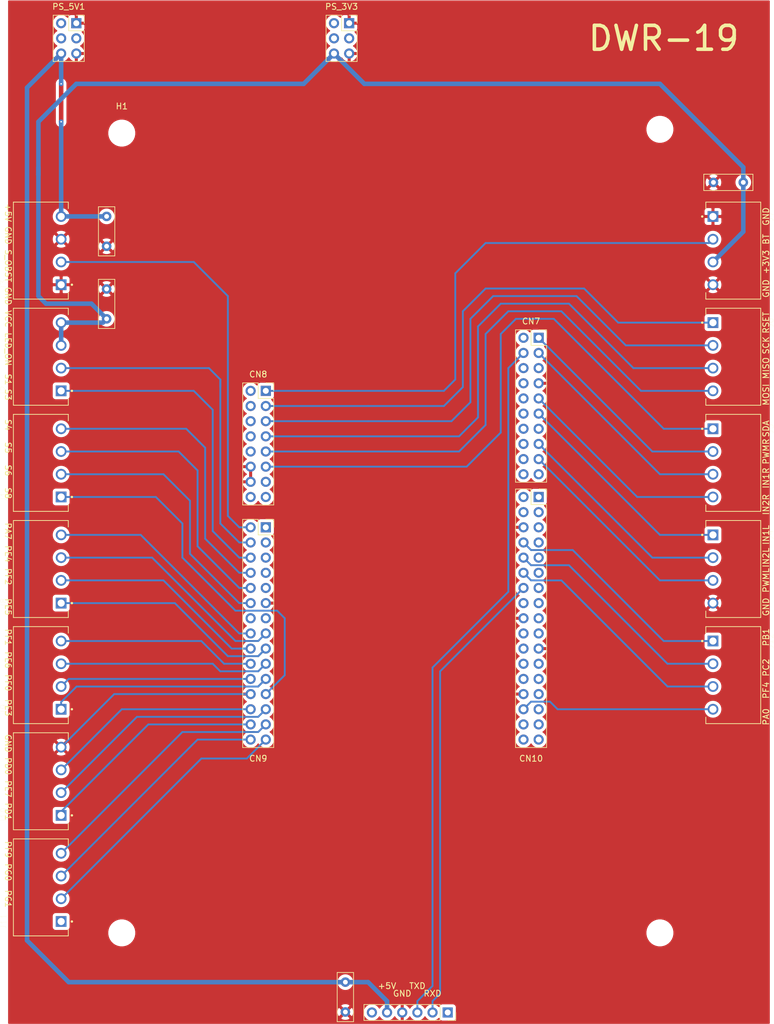
<source format=kicad_pcb>
(kicad_pcb (version 20171130) (host pcbnew "(5.1.10)-1")
  (layers (0 F.Cu signal) (31 B.Cu signal) (34 B.Paste user) (35 F.Paste user) (36 B.SilkS user) (37 F.SilkS user) (38 B.Mask user) (39 F.Mask user) (44 Edge.Cuts user))
  (net 0 "")
  (net 1 "Net-(Bluetooth1-Pad6)")
  (net 2 +5V)
  (net 3 GND)
  (net 4 PB15)
  (net 5 PB6)
  (net 6 "Net-(Bluetooth1-Pad1)")
  (net 7 PB4)
  (net 8 PF12)
  (net 9 PA4)
  (net 10 PD15)
  (net 11 PB3)
  (net 12 PD14)
  (net 13 PB5)
  (net 14 PA7)
  (net 15 PC7)
  (net 16 PA6)
  (net 17 PA15)
  (net 18 PA5)
  (net 19 PB12)
  (net 20 PB13)
  (net 21 AVDD)
  (net 22 PB9)
  (net 23 PC6)
  (net 24 PB8)
  (net 25 VIN)
  (net 26 PG3)
  (net 27 PG2)
  (net 28 PD2)
  (net 29 5V)
  (net 30 PC12)
  (net 31 3.3V)
  (net 32 PC11)
  (net 33 RSET)
  (net 34 PC10)
  (net 35 IOREF)
  (net 36 PC9)
  (net 37 NC)
  (net 38 PC8)
  (net 39 PG0)
  (net 40 PG1)
  (net 41 PD1)
  (net 42 PF9)
  (net 43 PD0)
  (net 44 PF8)
  (net 45 PF0)
  (net 46 PE3)
  (net 47 PF1)
  (net 48 PE6)
  (net 49 PF2)
  (net 50 PE5)
  (net 51 PE4)
  (net 52 PE2)
  (net 53 PF10)
  (net 54 PF5)
  (net 55 PD3)
  (net 56 PF3)
  (net 57 PD4)
  (net 58 PC3)
  (net 59 PD5)
  (net 60 PC0)
  (net 61 PD6)
  (net 62 PA3)
  (net 63 PD7)
  (net 64 PE0)
  (net 65 PB11)
  (net 66 PB0)
  (net 67 PB10)
  (net 68 PA0)
  (net 69 PE15)
  (net 70 PE14)
  (net 71 PE12)
  (net 72 PD11)
  (net 73 PE10)
  (net 74 PD12)
  (net 75 PD13)
  (net 76 PE7)
  (net 77 PE8)
  (net 78 PB2)
  (net 79 PG9)
  (net 80 PG14)
  (net 81 PF4)
  (net 82 PF15)
  (net 83 PC2)
  (net 84 PE13)
  (net 85 PB1)
  (net 86 PF14)
  (net 87 PE11)
  (net 88 AGND)
  (net 89 PE9)
  (net 90 PF13)
  (net 91 +3V3)
  (net 92 "Net-(PS_3V3-Pad4)")
  (net 93 "Net-(PS_3V3-Pad3)")
  (net 94 "Net-(PS_5V1-Pad4)")
  (net 95 "Net-(PS_5V1-Pad3)")
  (net 96 PF7)
  (net 97 "Net-(J11-Pad1)")
  (module Connector_PinSocket_2.54mm:PinSocket_2x17_P2.54mm_Vertical (layer F.Cu) (at 128.27 107.315)
    (fp_text reference CN10 (at -1.27 43.815) (layer F.SilkS))
    (fp_text value Conn_02x17_Odd_Even hide)
    (pad 34 thru_hole oval (at -2.54 40.64) (size 1.7 1.7) (drill 1) (layers *.Cu *.Mask) (net 64 PE0))
    (pad 33 thru_hole oval (at 0 40.64) (size 1.7 1.7) (drill 1) (layers *.Cu *.Mask) (net 65 PB11))
    (pad 32 thru_hole oval (at -2.54 38.1) (size 1.7 1.7) (drill 1) (layers *.Cu *.Mask) (net 66 PB0))
    (pad 31 thru_hole oval (at 0 38.1) (size 1.7 1.7) (drill 1) (layers *.Cu *.Mask) (net 67 PB10))
    (pad 30 thru_hole oval (at -2.54 35.56) (size 1.7 1.7) (drill 1) (layers *.Cu *.Mask) (net 68 PA0))
    (pad 29 thru_hole oval (at 0 35.56) (size 1.7 1.7) (drill 1) (layers *.Cu *.Mask) (net 69 PE15))
    (pad 28 thru_hole oval (at -2.54 33.02) (size 1.7 1.7) (drill 1) (layers *.Cu *.Mask) (net 3 GND))
    (pad 27 thru_hole oval (at 0 33.02) (size 1.7 1.7) (drill 1) (layers *.Cu *.Mask) (net 70 PE14))
    (pad 26 thru_hole oval (at -2.54 30.48) (size 1.7 1.7) (drill 1) (layers *.Cu *.Mask) (net 52 PE2))
    (pad 25 thru_hole oval (at 0 30.48) (size 1.7 1.7) (drill 1) (layers *.Cu *.Mask) (net 71 PE12))
    (pad 24 thru_hole oval (at -2.54 27.94) (size 1.7 1.7) (drill 1) (layers *.Cu *.Mask) (net 72 PD11))
    (pad 23 thru_hole oval (at 0 27.94) (size 1.7 1.7) (drill 1) (layers *.Cu *.Mask) (net 73 PE10))
    (pad 22 thru_hole oval (at -2.54 25.4) (size 1.7 1.7) (drill 1) (layers *.Cu *.Mask) (net 74 PD12))
    (pad 21 thru_hole oval (at 0 25.4) (size 1.7 1.7) (drill 1) (layers *.Cu *.Mask) (net 3 GND))
    (pad 20 thru_hole oval (at -2.54 22.86) (size 1.7 1.7) (drill 1) (layers *.Cu *.Mask) (net 75 PD13))
    (pad 19 thru_hole oval (at 0 22.86) (size 1.7 1.7) (drill 1) (layers *.Cu *.Mask) (net 76 PE7))
    (pad 18 thru_hole oval (at -2.54 20.32) (size 1.7 1.7) (drill 1) (layers *.Cu *.Mask) (net 3 GND))
    (pad 17 thru_hole oval (at 0 20.32) (size 1.7 1.7) (drill 1) (layers *.Cu *.Mask) (net 77 PE8))
    (pad 16 thru_hole oval (at -2.54 17.78) (size 1.7 1.7) (drill 1) (layers *.Cu *.Mask) (net 78 PB2))
    (pad 15 thru_hole oval (at 0 17.78) (size 1.7 1.7) (drill 1) (layers *.Cu *.Mask) (net 79 PG9))
    (pad 14 thru_hole oval (at -2.54 15.24) (size 1.7 1.7) (drill 1) (layers *.Cu *.Mask) (net 5 PB6))
    (pad 13 thru_hole oval (at 0 15.24) (size 1.7 1.7) (drill 1) (layers *.Cu *.Mask) (net 80 PG14))
    (pad 12 thru_hole oval (at -2.54 12.7) (size 1.7 1.7) (drill 1) (layers *.Cu *.Mask) (net 81 PF4))
    (pad 11 thru_hole oval (at 0 12.7) (size 1.7 1.7) (drill 1) (layers *.Cu *.Mask) (net 82 PF15))
    (pad 10 thru_hole oval (at -2.54 10.16) (size 1.7 1.7) (drill 1) (layers *.Cu *.Mask) (net 83 PC2))
    (pad 9 thru_hole oval (at 0 10.16) (size 1.7 1.7) (drill 1) (layers *.Cu *.Mask) (net 84 PE13))
    (pad 8 thru_hole oval (at -2.54 7.62) (size 1.7 1.7) (drill 1) (layers *.Cu *.Mask) (net 85 PB1))
    (pad 7 thru_hole oval (at 0 7.62) (size 1.7 1.7) (drill 1) (layers *.Cu *.Mask) (net 86 PF14))
    (pad 6 thru_hole oval (at -2.54 5.08) (size 1.7 1.7) (drill 1) (layers *.Cu *.Mask) (net 3 GND))
    (pad 5 thru_hole oval (at 0 5.08) (size 1.7 1.7) (drill 1) (layers *.Cu *.Mask) (net 87 PE11))
    (pad 4 thru_hole oval (at -2.54 2.54) (size 1.7 1.7) (drill 1) (layers *.Cu *.Mask) (net 88 AGND))
    (pad 3 thru_hole oval (at 0 2.54) (size 1.7 1.7) (drill 1) (layers *.Cu *.Mask) (net 89 PE9))
    (pad 2 thru_hole oval (at -2.54 0) (size 1.7 1.7) (drill 1) (layers *.Cu *.Mask) (net 21 AVDD))
    (pad 1 thru_hole rect (at 0 0) (size 1.7 1.7) (drill 1) (layers *.Cu *.Mask) (net 90 PF13))
  )
  (module Buchanan:TE_284513-4 (layer F.Cu) (at 157.48 137.16 270)
    (fp_text reference J12 (at -5.7 -9.635 90) (layer F.SilkS) (effects (font (thickness 0.015))))
    (fp_text value Screw_Terminal_01x04 hide)
    (pad 4 thru_hole circle (at 5.715 0 270) (size 1.8 1.8) (drill 1.2) (layers *.Cu *.Mask) (net 68 PA0))
    (pad 3 thru_hole circle (at 1.905 0 270) (size 1.8 1.8) (drill 1.2) (layers *.Cu *.Mask) (net 81 PF4))
    (pad 2 thru_hole circle (at -1.905 0 270) (size 1.8 1.8) (drill 1.2) (layers *.Cu *.Mask) (net 83 PC2))
    (pad 1 thru_hole rect (at -5.715 0 270) (size 1.8 1.8) (drill 1.2) (layers *.Cu *.Mask) (net 85 PB1))
  )
  (module MountingHole:MountingHole_3.5mm (layer F.Cu) (at 148.59 180.34)
    (fp_text reference H4 hide)
    (fp_text value MountingHole hide)
    (pad 1 np_thru_hole circle (at 0 0) (size 3.5 3.5) (drill 3.5) (layers *.Cu *.Mask))
  )
  (module MountingHole:MountingHole_3.5mm (layer F.Cu) (at 148.59 45.72)
    (fp_text reference H3 hide)
    (fp_text value MountingHole hide)
    (pad 1 np_thru_hole circle (at 0 0) (size 3.5 3.5) (drill 3.5) (layers *.Cu *.Mask))
  )
  (module MountingHole:MountingHole_3.5mm (layer F.Cu) (at 58.42 180.34)
    (fp_text reference H2 hide)
    (fp_text value MountingHole hide)
    (pad 1 np_thru_hole circle (at 0 0) (size 3.5 3.5) (drill 3.5) (layers *.Cu *.Mask))
  )
  (module MountingHole:MountingHole_3.5mm (layer F.Cu) (at 58.42 46.355)
    (fp_text reference H1 (at 0 -4.5) (layer F.SilkS))
    (fp_text value MountingHole hide)
    (pad 1 np_thru_hole circle (at 0 0) (size 3.5 3.5) (drill 3.5) (layers *.Cu *.Mask))
  )
  (module Capacitor_THT:C_Disc_D8.0mm_W2.5mm_P5.00mm (layer F.Cu) (at 55.88 77.47 90)
    (fp_text reference C_SLINHA1 hide)
    (fp_text value C hide)
    (pad 2 thru_hole circle (at 5 0 90) (size 1.6 1.6) (drill 0.8) (layers *.Cu *.Mask) (net 3 GND))
    (pad 1 thru_hole circle (at 0 0 90) (size 1.6 1.6) (drill 0.8) (layers *.Cu *.Mask) (net 91 +3V3))
  )
  (module Capacitor_THT:C_Disc_D8.0mm_W2.5mm_P5.00mm (layer F.Cu) (at 55.88 60.31 270)
    (fp_text reference C_SOBST1 hide)
    (fp_text value C hide)
    (pad 2 thru_hole circle (at 5 0 270) (size 1.6 1.6) (drill 0.8) (layers *.Cu *.Mask) (net 3 GND))
    (pad 1 thru_hole circle (at 0 0 270) (size 1.6 1.6) (drill 0.8) (layers *.Cu *.Mask) (net 2 +5V))
  )
  (module Capacitor_THT:C_Disc_D8.0mm_W2.5mm_P5.00mm (layer F.Cu) (at 162.56 54.61 180)
    (fp_text reference C_RFID1 hide)
    (fp_text value C hide)
    (pad 2 thru_hole circle (at 5 0 180) (size 1.6 1.6) (drill 0.8) (layers *.Cu *.Mask) (net 3 GND))
    (pad 1 thru_hole circle (at 0 0 180) (size 1.6 1.6) (drill 0.8) (layers *.Cu *.Mask) (net 91 +3V3))
  )
  (module Capacitor_THT:C_Disc_D8.0mm_W2.5mm_P5.00mm (layer F.Cu) (at 95.885 188.595 270)
    (fp_text reference C_BLUE1 hide)
    (fp_text value C hide)
    (pad 2 thru_hole circle (at 5 0 270) (size 1.6 1.6) (drill 0.8) (layers *.Cu *.Mask) (net 3 GND))
    (pad 1 thru_hole circle (at 0 0 270) (size 1.6 1.6) (drill 0.8) (layers *.Cu *.Mask) (net 2 +5V))
  )
  (module Buchanan:TE_284513-4 (layer F.Cu) (at 48.26 172.72 90)
    (fp_text reference J11 (at -5.7 -9.635 90) (layer F.SilkS) (effects (font (thickness 0.015))))
    (fp_text value Screw_Terminal_01x04 hide)
    (pad 4 thru_hole circle (at 5.715 0 90) (size 1.8 1.8) (drill 1.2) (layers *.Cu *.Mask) (net 42 PF9))
    (pad 3 thru_hole circle (at 1.905 0 90) (size 1.8 1.8) (drill 1.2) (layers *.Cu *.Mask) (net 39 PG0))
    (pad 2 thru_hole circle (at -1.905 0 90) (size 1.8 1.8) (drill 1.2) (layers *.Cu *.Mask) (net 40 PG1))
    (pad 1 thru_hole rect (at -5.715 0 90) (size 1.8 1.8) (drill 1.2) (layers *.Cu *.Mask) (net 97 "Net-(J11-Pad1)"))
  )
  (module Buchanan:TE_284513-4 (layer F.Cu) (at 48.26 154.94 90)
    (fp_text reference J10 (at -5.7 -9.635 90) (layer F.SilkS) (effects (font (thickness 0.015))))
    (fp_text value Screw_Terminal_01x04 hide)
    (pad 4 thru_hole circle (at 5.715 0 90) (size 1.8 1.8) (drill 1.2) (layers *.Cu *.Mask) (net 3 GND))
    (pad 3 thru_hole circle (at 1.905 0 90) (size 1.8 1.8) (drill 1.2) (layers *.Cu *.Mask) (net 43 PD0))
    (pad 2 thru_hole circle (at -1.905 0 90) (size 1.8 1.8) (drill 1.2) (layers *.Cu *.Mask) (net 96 PF7))
    (pad 1 thru_hole rect (at -5.715 0 90) (size 1.8 1.8) (drill 1.2) (layers *.Cu *.Mask) (net 41 PD1))
  )
  (module Buchanan:TE_284513-4 (layer F.Cu) (at 48.26 137.16 90)
    (fp_text reference J9 (at -5.7 -9.635 90) (layer F.SilkS) (effects (font (thickness 0.015))))
    (fp_text value Screw_Terminal_01x04 hide)
    (pad 4 thru_hole circle (at 5.715 0 90) (size 1.8 1.8) (drill 1.2) (layers *.Cu *.Mask) (net 47 PF1))
    (pad 3 thru_hole circle (at 1.905 0 90) (size 1.8 1.8) (drill 1.2) (layers *.Cu *.Mask) (net 48 PE6))
    (pad 2 thru_hole circle (at -1.905 0 90) (size 1.8 1.8) (drill 1.2) (layers *.Cu *.Mask) (net 45 PF0))
    (pad 1 thru_hole rect (at -5.715 0 90) (size 1.8 1.8) (drill 1.2) (layers *.Cu *.Mask) (net 46 PE3))
  )
  (module Buchanan:TE_284513-4 (layer F.Cu) (at 48.26 119.38 90)
    (fp_text reference J8 (at -5.7 -9.635 90) (layer F.SilkS) (effects (font (thickness 0.015))))
    (fp_text value Screw_Terminal_01x04 hide)
    (pad 4 thru_hole circle (at 5.715 0 90) (size 1.8 1.8) (drill 1.2) (layers *.Cu *.Mask) (net 14 PA7))
    (pad 3 thru_hole circle (at 1.905 0 90) (size 1.8 1.8) (drill 1.2) (layers *.Cu *.Mask) (net 51 PE4))
    (pad 2 thru_hole circle (at -1.905 0 90) (size 1.8 1.8) (drill 1.2) (layers *.Cu *.Mask) (net 49 PF2))
    (pad 1 thru_hole rect (at -5.715 0 90) (size 1.8 1.8) (drill 1.2) (layers *.Cu *.Mask) (net 50 PE5))
  )
  (module Connector_PinSocket_2.54mm:PinSocket_2x03_P2.54mm_Vertical (layer F.Cu) (at 50.8 27.94)
    (fp_text reference PS_5V1 (at -1.27 -2.77) (layer F.SilkS))
    (fp_text value Screw_Terminal_02x03 hide)
    (pad 6 thru_hole oval (at -2.54 5.08) (size 1.7 1.7) (drill 1) (layers *.Cu *.Mask) (net 2 +5V))
    (pad 5 thru_hole oval (at 0 5.08) (size 1.7 1.7) (drill 1) (layers *.Cu *.Mask) (net 3 GND))
    (pad 4 thru_hole oval (at -2.54 2.54) (size 1.7 1.7) (drill 1) (layers *.Cu *.Mask) (net 94 "Net-(PS_5V1-Pad4)"))
    (pad 3 thru_hole oval (at 0 2.54) (size 1.7 1.7) (drill 1) (layers *.Cu *.Mask) (net 95 "Net-(PS_5V1-Pad3)"))
    (pad 2 thru_hole oval (at -2.54 0) (size 1.7 1.7) (drill 1) (layers *.Cu *.Mask) (net 2 +5V))
    (pad 1 thru_hole rect (at 0 0) (size 1.7 1.7) (drill 1) (layers *.Cu *.Mask) (net 3 GND))
  )
  (module Connector_PinSocket_2.54mm:PinSocket_2x03_P2.54mm_Vertical (layer F.Cu) (at 96.52 27.94)
    (fp_text reference PS_3V3 (at -1.27 -2.77) (layer F.SilkS))
    (fp_text value Screw_Terminal_02x03 hide)
    (pad 6 thru_hole oval (at -2.54 5.08) (size 1.7 1.7) (drill 1) (layers *.Cu *.Mask) (net 91 +3V3))
    (pad 5 thru_hole oval (at 0 5.08) (size 1.7 1.7) (drill 1) (layers *.Cu *.Mask) (net 3 GND))
    (pad 4 thru_hole oval (at -2.54 2.54) (size 1.7 1.7) (drill 1) (layers *.Cu *.Mask) (net 92 "Net-(PS_3V3-Pad4)"))
    (pad 3 thru_hole oval (at 0 2.54) (size 1.7 1.7) (drill 1) (layers *.Cu *.Mask) (net 93 "Net-(PS_3V3-Pad3)"))
    (pad 2 thru_hole oval (at -2.54 0) (size 1.7 1.7) (drill 1) (layers *.Cu *.Mask) (net 91 +3V3))
    (pad 1 thru_hole rect (at 0 0) (size 1.7 1.7) (drill 1) (layers *.Cu *.Mask) (net 3 GND))
  )
  (module Buchanan:TE_284513-4 (layer F.Cu) (at 157.48 66.04 270)
    (fp_text reference J7 (at -5.7 -9.635 90) (layer F.SilkS) (effects (font (thickness 0.015))))
    (fp_text value Screw_Terminal_01x04 hide)
    (pad 4 thru_hole circle (at 5.715 0 270) (size 1.8 1.8) (drill 1.2) (layers *.Cu *.Mask) (net 3 GND))
    (pad 3 thru_hole circle (at 1.905 0 270) (size 1.8 1.8) (drill 1.2) (layers *.Cu *.Mask) (net 91 +3V3))
    (pad 2 thru_hole circle (at -1.905 0 270) (size 1.8 1.8) (drill 1.2) (layers *.Cu *.Mask) (net 38 PC8))
    (pad 1 thru_hole rect (at -5.715 0 270) (size 1.8 1.8) (drill 1.2) (layers *.Cu *.Mask) (net 3 GND))
  )
  (module Buchanan:TE_284513-4 (layer F.Cu) (at 157.48 83.82 270)
    (fp_text reference J6 (at -5.7 -9.635 90) (layer F.SilkS) (effects (font (thickness 0.015))))
    (fp_text value Screw_Terminal_01x04 hide)
    (pad 1 thru_hole rect (at -5.715 0 270) (size 1.8 1.8) (drill 1.2) (layers *.Cu *.Mask) (net 36 PC9))
    (pad 2 thru_hole circle (at -1.905 0 270) (size 1.8 1.8) (drill 1.2) (layers *.Cu *.Mask) (net 34 PC10))
    (pad 3 thru_hole circle (at 1.905 0 270) (size 1.8 1.8) (drill 1.2) (layers *.Cu *.Mask) (net 32 PC11))
    (pad 4 thru_hole circle (at 5.715 0 270) (size 1.8 1.8) (drill 1.2) (layers *.Cu *.Mask) (net 30 PC12))
  )
  (module Buchanan:TE_284513-4 (layer F.Cu) (at 157.48 101.6 270)
    (fp_text reference J5 (at -5.7 -9.635 90) (layer F.SilkS) (effects (font (thickness 0.015))))
    (fp_text value Screw_Terminal_01x04 hide)
    (pad 1 thru_hole rect (at -5.715 0 270) (size 1.8 1.8) (drill 1.2) (layers *.Cu *.Mask) (net 28 PD2))
    (pad 2 thru_hole circle (at -1.905 0 270) (size 1.8 1.8) (drill 1.2) (layers *.Cu *.Mask) (net 24 PB8))
    (pad 3 thru_hole circle (at 1.905 0 270) (size 1.8 1.8) (drill 1.2) (layers *.Cu *.Mask) (net 22 PB9))
    (pad 4 thru_hole circle (at 5.715 0 270) (size 1.8 1.8) (drill 1.2) (layers *.Cu *.Mask) (net 18 PA5))
  )
  (module Buchanan:TE_284513-4 (layer F.Cu) (at 157.48 119.38 270)
    (fp_text reference J4 (at -5.7 -9.635 90) (layer F.SilkS) (effects (font (thickness 0.015))))
    (fp_text value Screw_Terminal_01x04 hide)
    (pad 1 thru_hole rect (at -5.715 0 270) (size 1.8 1.8) (drill 1.2) (layers *.Cu *.Mask) (net 16 PA6))
    (pad 2 thru_hole circle (at -1.905 0 270) (size 1.8 1.8) (drill 1.2) (layers *.Cu *.Mask) (net 12 PD14))
    (pad 3 thru_hole circle (at 1.905 0 270) (size 1.8 1.8) (drill 1.2) (layers *.Cu *.Mask) (net 10 PD15))
    (pad 4 thru_hole circle (at 5.715 0 270) (size 1.8 1.8) (drill 1.2) (layers *.Cu *.Mask) (net 3 GND))
  )
  (module Buchanan:TE_284513-4 (layer F.Cu) (at 48.26 66.04 90)
    (fp_text reference J3 (at -5.7 -9.635 90) (layer F.SilkS) (effects (font (thickness 0.015))))
    (fp_text value Screw_Terminal_01x04 hide)
    (pad 4 thru_hole circle (at 5.715 0 90) (size 1.8 1.8) (drill 1.2) (layers *.Cu *.Mask) (net 2 +5V))
    (pad 3 thru_hole circle (at 1.905 0 90) (size 1.8 1.8) (drill 1.2) (layers *.Cu *.Mask) (net 3 GND))
    (pad 2 thru_hole circle (at -1.905 0 90) (size 1.8 1.8) (drill 1.2) (layers *.Cu *.Mask) (net 62 PA3))
    (pad 1 thru_hole rect (at -5.715 0 90) (size 1.8 1.8) (drill 1.2) (layers *.Cu *.Mask) (net 3 GND))
  )
  (module Buchanan:TE_284513-4 (layer F.Cu) (at 48.26 83.82 90)
    (fp_text reference J2 (at -5.7 -9.635 90) (layer F.SilkS) (effects (font (thickness 0.015))))
    (fp_text value Screw_Terminal_01x04 hide)
    (pad 4 thru_hole circle (at 5.715 0 90) (size 1.8 1.8) (drill 1.2) (layers *.Cu *.Mask) (net 91 +3V3))
    (pad 3 thru_hole circle (at 1.905 0 90) (size 1.8 1.8) (drill 1.2) (layers *.Cu *.Mask) (net 91 +3V3))
    (pad 2 thru_hole circle (at -1.905 0 90) (size 1.8 1.8) (drill 1.2) (layers *.Cu *.Mask) (net 60 PC0))
    (pad 1 thru_hole rect (at -5.715 0 90) (size 1.8 1.8) (drill 1.2) (layers *.Cu *.Mask) (net 58 PC3))
  )
  (module Buchanan:TE_284513-4 (layer F.Cu) (at 48.26 101.6 90)
    (fp_text reference J1 (at -5.7 -9.635 90) (layer F.SilkS) (effects (font (thickness 0.015))))
    (fp_text value Screw_Terminal_01x04 hide)
    (pad 4 thru_hole circle (at 5.715 0 90) (size 1.8 1.8) (drill 1.2) (layers *.Cu *.Mask) (net 56 PF3))
    (pad 3 thru_hole circle (at 1.905 0 90) (size 1.8 1.8) (drill 1.2) (layers *.Cu *.Mask) (net 54 PF5))
    (pad 2 thru_hole circle (at -1.905 0 90) (size 1.8 1.8) (drill 1.2) (layers *.Cu *.Mask) (net 53 PF10))
    (pad 1 thru_hole rect (at -5.715 0 90) (size 1.8 1.8) (drill 1.2) (layers *.Cu *.Mask) (net 44 PF8))
  )
  (module Connector_PinSocket_2.54mm:PinSocket_2x15_P2.54mm_Vertical (layer F.Cu) (at 82.55 112.395)
    (fp_text reference CN9 (at -1.27 38.735) (layer F.SilkS))
    (fp_text value Conn_02x15_Odd_Even hide)
    (pad 30 thru_hole oval (at -2.54 35.56) (size 1.7 1.7) (drill 1) (layers *.Cu *.Mask) (net 39 PG0))
    (pad 29 thru_hole oval (at 0 35.56) (size 1.7 1.7) (drill 1) (layers *.Cu *.Mask) (net 40 PG1))
    (pad 28 thru_hole oval (at -2.54 33.02) (size 1.7 1.7) (drill 1) (layers *.Cu *.Mask) (net 41 PD1))
    (pad 27 thru_hole oval (at 0 33.02) (size 1.7 1.7) (drill 1) (layers *.Cu *.Mask) (net 42 PF9))
    (pad 26 thru_hole oval (at -2.54 30.48) (size 1.7 1.7) (drill 1) (layers *.Cu *.Mask) (net 43 PD0))
    (pad 25 thru_hole oval (at 0 30.48) (size 1.7 1.7) (drill 1) (layers *.Cu *.Mask) (net 96 PF7))
    (pad 24 thru_hole oval (at -2.54 27.94) (size 1.7 1.7) (drill 1) (layers *.Cu *.Mask) (net 3 GND))
    (pad 23 thru_hole oval (at 0 27.94) (size 1.7 1.7) (drill 1) (layers *.Cu *.Mask) (net 44 PF8))
    (pad 22 thru_hole oval (at -2.54 25.4) (size 1.7 1.7) (drill 1) (layers *.Cu *.Mask) (net 45 PF0))
    (pad 21 thru_hole oval (at 0 25.4) (size 1.7 1.7) (drill 1) (layers *.Cu *.Mask) (net 46 PE3))
    (pad 20 thru_hole oval (at -2.54 22.86) (size 1.7 1.7) (drill 1) (layers *.Cu *.Mask) (net 47 PF1))
    (pad 19 thru_hole oval (at 0 22.86) (size 1.7 1.7) (drill 1) (layers *.Cu *.Mask) (net 48 PE6))
    (pad 18 thru_hole oval (at -2.54 20.32) (size 1.7 1.7) (drill 1) (layers *.Cu *.Mask) (net 49 PF2))
    (pad 17 thru_hole oval (at 0 20.32) (size 1.7 1.7) (drill 1) (layers *.Cu *.Mask) (net 50 PE5))
    (pad 16 thru_hole oval (at -2.54 17.78) (size 1.7 1.7) (drill 1) (layers *.Cu *.Mask) (net 14 PA7))
    (pad 15 thru_hole oval (at 0 17.78) (size 1.7 1.7) (drill 1) (layers *.Cu *.Mask) (net 51 PE4))
    (pad 14 thru_hole oval (at -2.54 15.24) (size 1.7 1.7) (drill 1) (layers *.Cu *.Mask) (net 37 NC))
    (pad 13 thru_hole oval (at 0 15.24) (size 1.7 1.7) (drill 1) (layers *.Cu *.Mask) (net 52 PE2))
    (pad 12 thru_hole oval (at -2.54 12.7) (size 1.7 1.7) (drill 1) (layers *.Cu *.Mask) (net 53 PF10))
    (pad 11 thru_hole oval (at 0 12.7) (size 1.7 1.7) (drill 1) (layers *.Cu *.Mask) (net 3 GND))
    (pad 10 thru_hole oval (at -2.54 10.16) (size 1.7 1.7) (drill 1) (layers *.Cu *.Mask) (net 54 PF5))
    (pad 9 thru_hole oval (at 0 10.16) (size 1.7 1.7) (drill 1) (layers *.Cu *.Mask) (net 55 PD3))
    (pad 8 thru_hole oval (at -2.54 7.62) (size 1.7 1.7) (drill 1) (layers *.Cu *.Mask) (net 56 PF3))
    (pad 7 thru_hole oval (at 0 7.62) (size 1.7 1.7) (drill 1) (layers *.Cu *.Mask) (net 57 PD4))
    (pad 6 thru_hole oval (at -2.54 5.08) (size 1.7 1.7) (drill 1) (layers *.Cu *.Mask) (net 58 PC3))
    (pad 5 thru_hole oval (at 0 5.08) (size 1.7 1.7) (drill 1) (layers *.Cu *.Mask) (net 59 PD5))
    (pad 4 thru_hole oval (at -2.54 2.54) (size 1.7 1.7) (drill 1) (layers *.Cu *.Mask) (net 60 PC0))
    (pad 3 thru_hole oval (at 0 2.54) (size 1.7 1.7) (drill 1) (layers *.Cu *.Mask) (net 61 PD6))
    (pad 2 thru_hole oval (at -2.54 0) (size 1.7 1.7) (drill 1) (layers *.Cu *.Mask) (net 62 PA3))
    (pad 1 thru_hole rect (at 0 0) (size 1.7 1.7) (drill 1) (layers *.Cu *.Mask) (net 63 PD7))
  )
  (module Connector_PinSocket_2.54mm:PinSocket_2x08_P2.54mm_Vertical (layer F.Cu) (at 82.55 89.535)
    (fp_text reference CN8 (at -1.27 -2.77) (layer F.SilkS))
    (fp_text value Conn_02x08_Odd_Even hide)
    (pad 16 thru_hole oval (at -2.54 17.78) (size 1.7 1.7) (drill 1) (layers *.Cu *.Mask) (net 25 VIN))
    (pad 15 thru_hole oval (at 0 17.78) (size 1.7 1.7) (drill 1) (layers *.Cu *.Mask) (net 26 PG3))
    (pad 14 thru_hole oval (at -2.54 15.24) (size 1.7 1.7) (drill 1) (layers *.Cu *.Mask) (net 3 GND))
    (pad 13 thru_hole oval (at 0 15.24) (size 1.7 1.7) (drill 1) (layers *.Cu *.Mask) (net 27 PG2))
    (pad 12 thru_hole oval (at -2.54 12.7) (size 1.7 1.7) (drill 1) (layers *.Cu *.Mask) (net 3 GND))
    (pad 11 thru_hole oval (at 0 12.7) (size 1.7 1.7) (drill 1) (layers *.Cu *.Mask) (net 28 PD2))
    (pad 10 thru_hole oval (at -2.54 10.16) (size 1.7 1.7) (drill 1) (layers *.Cu *.Mask) (net 29 5V))
    (pad 9 thru_hole oval (at 0 10.16) (size 1.7 1.7) (drill 1) (layers *.Cu *.Mask) (net 30 PC12))
    (pad 8 thru_hole oval (at -2.54 7.62) (size 1.7 1.7) (drill 1) (layers *.Cu *.Mask) (net 31 3.3V))
    (pad 7 thru_hole oval (at 0 7.62) (size 1.7 1.7) (drill 1) (layers *.Cu *.Mask) (net 32 PC11))
    (pad 6 thru_hole oval (at -2.54 5.08) (size 1.7 1.7) (drill 1) (layers *.Cu *.Mask) (net 33 RSET))
    (pad 5 thru_hole oval (at 0 5.08) (size 1.7 1.7) (drill 1) (layers *.Cu *.Mask) (net 34 PC10))
    (pad 4 thru_hole oval (at -2.54 2.54) (size 1.7 1.7) (drill 1) (layers *.Cu *.Mask) (net 35 IOREF))
    (pad 3 thru_hole oval (at 0 2.54) (size 1.7 1.7) (drill 1) (layers *.Cu *.Mask) (net 36 PC9))
    (pad 2 thru_hole oval (at -2.54 0) (size 1.7 1.7) (drill 1) (layers *.Cu *.Mask) (net 37 NC))
    (pad 1 thru_hole rect (at 0 0) (size 1.7 1.7) (drill 1) (layers *.Cu *.Mask) (net 38 PC8))
  )
  (module Connector_PinSocket_2.54mm:PinSocket_2x10_P2.54mm_Vertical (layer F.Cu) (at 128.27 80.645)
    (fp_text reference CN7 (at -1.27 -2.77) (layer F.SilkS))
    (fp_text value Conn_02x10_Odd_Even hide)
    (pad 20 thru_hole oval (at -2.54 22.86) (size 1.7 1.7) (drill 1) (layers *.Cu *.Mask) (net 7 PB4))
    (pad 19 thru_hole oval (at 0 22.86) (size 1.7 1.7) (drill 1) (layers *.Cu *.Mask) (net 8 PF12))
    (pad 18 thru_hole oval (at -2.54 20.32) (size 1.7 1.7) (drill 1) (layers *.Cu *.Mask) (net 9 PA4))
    (pad 17 thru_hole oval (at 0 20.32) (size 1.7 1.7) (drill 1) (layers *.Cu *.Mask) (net 10 PD15))
    (pad 16 thru_hole oval (at -2.54 17.78) (size 1.7 1.7) (drill 1) (layers *.Cu *.Mask) (net 11 PB3))
    (pad 15 thru_hole oval (at 0 17.78) (size 1.7 1.7) (drill 1) (layers *.Cu *.Mask) (net 12 PD14))
    (pad 14 thru_hole oval (at -2.54 15.24) (size 1.7 1.7) (drill 1) (layers *.Cu *.Mask) (net 13 PB5))
    (pad 13 thru_hole oval (at 0 15.24) (size 1.7 1.7) (drill 1) (layers *.Cu *.Mask) (net 14 PA7))
    (pad 12 thru_hole oval (at -2.54 12.7) (size 1.7 1.7) (drill 1) (layers *.Cu *.Mask) (net 15 PC7))
    (pad 11 thru_hole oval (at 0 12.7) (size 1.7 1.7) (drill 1) (layers *.Cu *.Mask) (net 16 PA6))
    (pad 10 thru_hole oval (at -2.54 10.16) (size 1.7 1.7) (drill 1) (layers *.Cu *.Mask) (net 17 PA15))
    (pad 9 thru_hole oval (at 0 10.16) (size 1.7 1.7) (drill 1) (layers *.Cu *.Mask) (net 18 PA5))
    (pad 8 thru_hole oval (at -2.54 7.62) (size 1.7 1.7) (drill 1) (layers *.Cu *.Mask) (net 19 PB12))
    (pad 7 thru_hole oval (at 0 7.62) (size 1.7 1.7) (drill 1) (layers *.Cu *.Mask) (net 3 GND))
    (pad 6 thru_hole oval (at -2.54 5.08) (size 1.7 1.7) (drill 1) (layers *.Cu *.Mask) (net 20 PB13))
    (pad 5 thru_hole oval (at 0 5.08) (size 1.7 1.7) (drill 1) (layers *.Cu *.Mask) (net 21 AVDD))
    (pad 4 thru_hole oval (at -2.54 2.54) (size 1.7 1.7) (drill 1) (layers *.Cu *.Mask) (net 4 PB15))
    (pad 3 thru_hole oval (at 0 2.54) (size 1.7 1.7) (drill 1) (layers *.Cu *.Mask) (net 22 PB9))
    (pad 2 thru_hole oval (at -2.54 0) (size 1.7 1.7) (drill 1) (layers *.Cu *.Mask) (net 23 PC6))
    (pad 1 thru_hole rect (at 0 0) (size 1.7 1.7) (drill 1) (layers *.Cu *.Mask) (net 24 PB8))
  )
  (module Connector_PinSocket_2.54mm:PinSocket_1x06_P2.54mm_Vertical (layer F.Cu) (at 113.03 193.675 270)
    (fp_text reference Bluetooth1 hide)
    (fp_text value Conn_01x06 hide)
    (pad 6 thru_hole oval (at 0 12.7 270) (size 1.7 1.7) (drill 1) (layers *.Cu *.Mask) (net 1 "Net-(Bluetooth1-Pad6)"))
    (pad 5 thru_hole oval (at 0 10.16 270) (size 1.7 1.7) (drill 1) (layers *.Cu *.Mask) (net 2 +5V))
    (pad 4 thru_hole oval (at 0 7.62 270) (size 1.7 1.7) (drill 1) (layers *.Cu *.Mask) (net 3 GND))
    (pad 3 thru_hole oval (at 0 5.08 270) (size 1.7 1.7) (drill 1) (layers *.Cu *.Mask) (net 4 PB15))
    (pad 2 thru_hole oval (at 0 2.54 270) (size 1.7 1.7) (drill 1) (layers *.Cu *.Mask) (net 5 PB6))
    (pad 1 thru_hole rect (at 0 0 270) (size 1.7 1.7) (drill 1) (layers *.Cu *.Mask) (net 6 "Net-(Bluetooth1-Pad1)"))
  )
  (gr_text PG1 (at 39.37 174.625 -90) (layer F.SilkS) (effects (font (size 1 1))))
  (gr_text DWR-19 (at 149.225 30.48) (layer F.SilkS) (effects (font (size 4 4) (thickness 0.6))))
  (gr_text PA0 (at 166.37 144.145 90) (layer F.SilkS) (effects (font (size 1 1))))
  (gr_text PF4 (at 166.37 139.7 90) (layer F.SilkS) (effects (font (size 1 1))))
  (gr_text PC2 (at 166.37 135.89 90) (layer F.SilkS) (effects (font (size 1 1))))
  (gr_text PB1 (at 166.37 130.81 90) (layer F.SilkS) (effects (font (size 1 1))))
  (gr_text GND (at 166.37 125.73 90) (layer F.SilkS) (effects (font (size 1 1))))
  (gr_text PWML (at 166.37 121.285 90) (layer F.SilkS) (effects (font (size 1 1))))
  (gr_text IN2L (at 166.37 117.475 90) (layer F.SilkS) (effects (font (size 1 1))))
  (gr_text IN1L (at 166.37 113.665 90) (layer F.SilkS) (effects (font (size 1 1))))
  (gr_text IN2R (at 166.37 108.585 90) (layer F.SilkS) (effects (font (size 1 1))))
  (gr_text IN1R (at 166.37 104.14 90) (layer F.SilkS) (effects (font (size 1 1))))
  (gr_text PWMR (at 166.37 99.695 90) (layer F.SilkS) (effects (font (size 1 1))))
  (gr_text SDA (at 166.37 95.885 90) (layer F.SilkS) (effects (font (size 1 1))))
  (gr_text MOSI (at 166.37 90.17 90) (layer F.SilkS) (effects (font (size 1 1))))
  (gr_text MISO (at 166.37 85.725 90) (layer F.SilkS) (effects (font (size 1 1))))
  (gr_text SCK (at 166.37 81.915 90) (layer F.SilkS) (effects (font (size 1 1))))
  (gr_text RSET (at 166.37 78.105 90) (layer F.SilkS) (effects (font (size 1 1))))
  (gr_text GND (at 166.37 72.39 90) (layer F.SilkS) (effects (font (size 1 1))))
  (gr_text "+3V3\n" (at 166.37 67.945 90) (layer F.SilkS) (effects (font (size 1 1))))
  (gr_text BT (at 166.37 64.135 90) (layer F.SilkS) (effects (font (size 1 1))))
  (gr_text GND (at 166.37 60.325 90) (layer F.SilkS) (effects (font (size 1 1))))
  (gr_text +5V (at 102.87 189.23) (layer F.SilkS) (effects (font (size 1 1))))
  (gr_text RXD (at 110.49 190.5) (layer F.SilkS) (effects (font (size 1 1))))
  (gr_text TXD (at 107.95 189.23) (layer F.SilkS) (effects (font (size 1 1))))
  (gr_text GND (at 105.41 190.5) (layer F.SilkS) (effects (font (size 1 1))))
  (gr_text PG0 (at 39.37 170.18 -90) (layer F.SilkS) (effects (font (size 1 1))))
  (gr_text PF9 (at 39.37 166.37 -90) (layer F.SilkS) (effects (font (size 1 1))))
  (gr_text PD1 (at 39.37 160.02 -90) (layer F.SilkS) (effects (font (size 1 1))))
  (gr_text PE7 (at 39.37 156.21 -90) (layer F.SilkS) (effects (font (size 1 1))))
  (gr_text PD0 (at 39.37 152.4 -90) (layer F.SilkS) (effects (font (size 1 1))))
  (gr_text GND (at 39.37 148.59 -90) (layer F.SilkS) (effects (font (size 1 1))))
  (gr_text PE3 (at 39.37 144.145 -90) (layer F.SilkS) (effects (font (size 1 1)) (justify right)))
  (gr_text PF0 (at 39.37 138.43 -90) (layer F.SilkS) (effects (font (size 1 1))))
  (gr_text PE6 (at 39.37 134.62 -90) (layer F.SilkS) (effects (font (size 1 1))))
  (gr_text PF1 (at 39.37 130.81 -90) (layer F.SilkS) (effects (font (size 1 1))))
  (gr_text PE5 (at 39.37 125.73 -90) (layer F.SilkS) (effects (font (size 1 1))))
  (gr_text PF2 (at 39.37 120.65 -90) (layer F.SilkS) (effects (font (size 1 1))))
  (gr_text PE4 (at 39.37 116.84 -90) (layer F.SilkS) (effects (font (size 1 1))))
  (gr_text PA7 (at 39.37 113.03 -90) (layer F.SilkS) (effects (font (size 1 1))))
  (gr_text S8 (at 39.37 106.68 270) (layer F.SilkS) (effects (font (size 1 1))))
  (gr_text S6 (at 39.37 102.87 270) (layer F.SilkS) (effects (font (size 1 1))))
  (gr_text S5 (at 39.37 99.06 270) (layer F.SilkS) (effects (font (size 1 1))))
  (gr_text S4 (at 39.37 95.25 270) (layer F.SilkS) (effects (font (size 1 1))))
  (gr_text S3 (at 39.37 90.17 270) (layer F.SilkS) (effects (font (size 1 1))))
  (gr_text S1 (at 39.37 87.63 270) (layer F.SilkS) (effects (font (size 1 1))))
  (gr_text LED_ON (at 39.37 82.55 270) (layer F.SilkS) (effects (font (size 1 1))))
  (gr_text VCC (at 39.37 77.47 270) (layer F.SilkS) (effects (font (size 1 1))))
  (gr_text GND (at 39.37 73.66 270) (layer F.SilkS) (effects (font (size 1 1))))
  (gr_text S_OBST (at 39.37 68.58 270) (layer F.SilkS) (effects (font (size 1 1))))
  (gr_text +5V (at 39.37 59.69 270) (layer F.SilkS) (effects (font (size 1 1))))
  (gr_text GND (at 39.37 63.5 270) (layer F.SilkS) (effects (font (size 1 1))))
  (segment (start 102.87 194.31) (end 102.87 193.675) (width 0.3175) (layer B.Cu) (net 2))
  (segment (start 55.865 60.325) (end 55.88 60.31) (width 0.3175) (layer B.Cu) (net 2))
  (via (at 48.26 44.45) (size 0.762) (drill 0.254) (layers F.Cu B.Cu) (net 2))
  (via (at 48.26 38.1) (size 0.762) (drill 0.254) (layers F.Cu B.Cu) (net 2))
  (segment (start 48.275 60.31) (end 48.26 60.325) (width 0.762) (layer B.Cu) (net 2))
  (segment (start 55.88 60.31) (end 48.275 60.31) (width 0.762) (layer B.Cu) (net 2))
  (segment (start 48.26 44.45) (end 48.26 60.325) (width 0.762) (layer B.Cu) (net 2))
  (segment (start 48.26 33.02) (end 48.26 38.1) (width 0.762) (layer B.Cu) (net 2))
  (segment (start 48.26 38.1) (end 48.26 44.45) (width 0.762) (layer F.Cu) (net 2))
  (segment (start 102.87 193.675) (end 102.87 191.77) (width 0.762) (layer B.Cu) (net 2))
  (segment (start 99.695 188.595) (end 95.885 188.595) (width 0.762) (layer B.Cu) (net 2))
  (segment (start 102.87 191.77) (end 99.695 188.595) (width 0.762) (layer B.Cu) (net 2))
  (segment (start 42.545 181.61) (end 42.545 38.735) (width 0.762) (layer B.Cu) (net 2))
  (segment (start 42.545 38.735) (end 48.26 33.02) (width 0.762) (layer B.Cu) (net 2))
  (segment (start 49.53 188.595) (end 42.545 181.61) (width 0.762) (layer B.Cu) (net 2))
  (segment (start 95.885 188.595) (end 49.53 188.595) (width 0.762) (layer B.Cu) (net 2))
  (segment (start 157.48 125.095) (end 157.48 124.46) (width 0.3175) (layer B.Cu) (net 3))
  (segment (start 48.26 149.225) (end 57.15 140.335) (width 0.3175) (layer B.Cu) (net 3))
  (segment (start 57.15 140.335) (end 80.01 140.335) (width 0.3175) (layer B.Cu) (net 3))
  (segment (start 125.73 83.185) (end 125.73 83.82) (width 0.3175) (layer B.Cu) (net 4))
  (segment (start 123.19 85.725) (end 125.73 83.185) (width 0.3175) (layer B.Cu) (net 4))
  (segment (start 123.19 123.19) (end 123.19 85.725) (width 0.3175) (layer B.Cu) (net 4))
  (segment (start 110.49 135.89) (end 123.19 123.19) (width 0.3175) (layer B.Cu) (net 4))
  (segment (start 110.49 189.23) (end 110.49 135.89) (width 0.3175) (layer B.Cu) (net 4))
  (segment (start 107.95 191.77) (end 110.49 189.23) (width 0.3175) (layer B.Cu) (net 4))
  (segment (start 107.95 193.675) (end 107.95 191.77) (width 0.3175) (layer B.Cu) (net 4))
  (segment (start 111.76 136.525) (end 125.73 122.555) (width 0.3175) (layer B.Cu) (net 5))
  (segment (start 111.76 190.5) (end 111.76 136.525) (width 0.3175) (layer B.Cu) (net 5))
  (segment (start 110.49 191.77) (end 111.76 190.5) (width 0.3175) (layer B.Cu) (net 5))
  (segment (start 110.49 193.675) (end 110.49 191.77) (width 0.3175) (layer B.Cu) (net 5))
  (segment (start 128.941128 100.965) (end 128.27 100.965) (width 0.3175) (layer B.Cu) (net 10))
  (segment (start 148.59 121.285) (end 128.27 100.965) (width 0.3175) (layer B.Cu) (net 10))
  (segment (start 157.48 121.285) (end 148.59 121.285) (width 0.3175) (layer B.Cu) (net 10))
  (segment (start 147.32 117.475) (end 128.27 98.425) (width 0.3175) (layer B.Cu) (net 12))
  (segment (start 157.48 117.475) (end 147.32 117.475) (width 0.3175) (layer B.Cu) (net 12))
  (segment (start 48.26 113.665) (end 61.595 113.665) (width 0.3175) (layer B.Cu) (net 14))
  (segment (start 78.105 130.175) (end 80.01 130.175) (width 0.3175) (layer B.Cu) (net 14))
  (segment (start 61.595 113.665) (end 78.105 130.175) (width 0.3175) (layer B.Cu) (net 14))
  (segment (start 128.27 93.98) (end 128.27 93.345) (width 0.3175) (layer B.Cu) (net 16))
  (segment (start 148.59 113.665) (end 128.27 93.345) (width 0.3175) (layer B.Cu) (net 16))
  (segment (start 157.48 113.665) (end 148.59 113.665) (width 0.3175) (layer B.Cu) (net 16))
  (segment (start 144.78 107.315) (end 128.27 90.805) (width 0.3175) (layer B.Cu) (net 18))
  (segment (start 157.48 107.315) (end 144.78 107.315) (width 0.3175) (layer B.Cu) (net 18))
  (segment (start 148.59 103.505) (end 128.27 83.185) (width 0.3175) (layer B.Cu) (net 22))
  (segment (start 157.48 103.505) (end 148.59 103.505) (width 0.3175) (layer B.Cu) (net 22))
  (segment (start 147.32 99.695) (end 128.27 80.645) (width 0.3175) (layer B.Cu) (net 24))
  (segment (start 157.48 99.695) (end 147.32 99.695) (width 0.3175) (layer B.Cu) (net 24))
  (segment (start 116.205 102.235) (end 99.695 102.235) (width 0.3175) (layer B.Cu) (net 28))
  (segment (start 121.92 96.52) (end 116.205 102.235) (width 0.3175) (layer B.Cu) (net 28))
  (segment (start 121.92 80.01) (end 121.92 96.52) (width 0.3175) (layer B.Cu) (net 28))
  (segment (start 124.46 77.47) (end 121.92 80.01) (width 0.3175) (layer B.Cu) (net 28))
  (segment (start 130.81 77.47) (end 124.46 77.47) (width 0.3175) (layer B.Cu) (net 28))
  (segment (start 149.225 95.885) (end 130.81 77.47) (width 0.3175) (layer B.Cu) (net 28))
  (segment (start 99.695 102.235) (end 82.55 102.235) (width 0.3175) (layer B.Cu) (net 28))
  (segment (start 157.48 95.885) (end 149.225 95.885) (width 0.3175) (layer B.Cu) (net 28))
  (segment (start 114.935 99.695) (end 99.695 99.695) (width 0.3175) (layer B.Cu) (net 30))
  (segment (start 119.38 95.25) (end 114.935 99.695) (width 0.3175) (layer B.Cu) (net 30))
  (segment (start 119.38 80.01) (end 119.38 95.25) (width 0.3175) (layer B.Cu) (net 30))
  (segment (start 123.19 76.2) (end 119.38 80.01) (width 0.3175) (layer B.Cu) (net 30))
  (segment (start 99.695 99.695) (end 82.55 99.695) (width 0.3175) (layer B.Cu) (net 30))
  (segment (start 132.08 76.2) (end 123.19 76.2) (width 0.3175) (layer B.Cu) (net 30))
  (segment (start 145.415 89.535) (end 132.08 76.2) (width 0.3175) (layer B.Cu) (net 30))
  (segment (start 157.48 89.535) (end 145.415 89.535) (width 0.3175) (layer B.Cu) (net 30))
  (segment (start 114.935 97.155) (end 99.695 97.155) (width 0.3175) (layer B.Cu) (net 32))
  (segment (start 118.11 93.98) (end 114.935 97.155) (width 0.3175) (layer B.Cu) (net 32))
  (segment (start 118.11 78.74) (end 118.11 93.98) (width 0.3175) (layer B.Cu) (net 32))
  (segment (start 121.92 74.93) (end 118.11 78.74) (width 0.3175) (layer B.Cu) (net 32))
  (segment (start 144.145 85.725) (end 133.35 74.93) (width 0.3175) (layer B.Cu) (net 32))
  (segment (start 99.695 97.155) (end 82.55 97.155) (width 0.3175) (layer B.Cu) (net 32))
  (segment (start 133.35 74.93) (end 121.92 74.93) (width 0.3175) (layer B.Cu) (net 32))
  (segment (start 157.48 85.725) (end 144.145 85.725) (width 0.3175) (layer B.Cu) (net 32))
  (segment (start 99.695 94.615) (end 82.55 94.615) (width 0.3175) (layer B.Cu) (net 34))
  (segment (start 113.665 94.615) (end 99.695 94.615) (width 0.3175) (layer B.Cu) (net 34))
  (segment (start 116.84 91.44) (end 113.665 94.615) (width 0.3175) (layer B.Cu) (net 34))
  (segment (start 116.84 77.47) (end 116.84 91.44) (width 0.3175) (layer B.Cu) (net 34))
  (segment (start 120.65 73.66) (end 116.84 77.47) (width 0.3175) (layer B.Cu) (net 34))
  (segment (start 134.62 73.66) (end 120.65 73.66) (width 0.3175) (layer B.Cu) (net 34))
  (segment (start 142.875 81.915) (end 134.62 73.66) (width 0.3175) (layer B.Cu) (net 34))
  (segment (start 157.48 81.915) (end 142.875 81.915) (width 0.3175) (layer B.Cu) (net 34))
  (segment (start 157.48 78.105) (end 141.605 78.105) (width 0.3175) (layer B.Cu) (net 36))
  (segment (start 141.605 78.105) (end 135.89 72.39) (width 0.3175) (layer B.Cu) (net 36))
  (segment (start 135.89 72.39) (end 119.38 72.39) (width 0.3175) (layer B.Cu) (net 36))
  (segment (start 99.695 92.075) (end 82.55 92.075) (width 0.3175) (layer B.Cu) (net 36))
  (segment (start 119.38 72.39) (end 115.57 76.2) (width 0.3175) (layer B.Cu) (net 36))
  (segment (start 115.57 76.2) (end 115.57 88.9) (width 0.3175) (layer B.Cu) (net 36))
  (segment (start 115.57 88.9) (end 113.03 91.44) (width 0.3175) (layer B.Cu) (net 36))
  (segment (start 99.695 92.075) (end 112.395 92.075) (width 0.3175) (layer B.Cu) (net 36))
  (segment (start 112.395 92.075) (end 113.03 91.44) (width 0.3175) (layer B.Cu) (net 36))
  (segment (start 114.3 87.63) (end 114.3 69.85) (width 0.3175) (layer B.Cu) (net 38))
  (segment (start 114.3 69.85) (end 119.38 64.77) (width 0.3175) (layer B.Cu) (net 38))
  (segment (start 112.395 89.535) (end 114.3 87.63) (width 0.3175) (layer B.Cu) (net 38))
  (segment (start 82.55 89.535) (end 112.395 89.535) (width 0.3175) (layer B.Cu) (net 38))
  (segment (start 156.845 64.77) (end 157.48 64.135) (width 0.3175) (layer B.Cu) (net 38))
  (segment (start 119.38 64.77) (end 156.845 64.77) (width 0.3175) (layer B.Cu) (net 38))
  (segment (start 71.12 147.955) (end 80.01 147.955) (width 0.3175) (layer B.Cu) (net 39))
  (segment (start 48.26 170.815) (end 71.12 147.955) (width 0.3175) (layer B.Cu) (net 39))
  (segment (start 48.26 174.625) (end 71.755 151.13) (width 0.3175) (layer B.Cu) (net 40))
  (segment (start 79.375 151.13) (end 82.55 147.955) (width 0.3175) (layer B.Cu) (net 40))
  (segment (start 71.755 151.13) (end 79.375 151.13) (width 0.3175) (layer B.Cu) (net 40))
  (segment (start 48.26 160.655) (end 48.26 160.02) (width 0.3175) (layer B.Cu) (net 41))
  (segment (start 62.865 145.415) (end 80.01 145.415) (width 0.3175) (layer B.Cu) (net 41))
  (segment (start 48.26 160.02) (end 62.865 145.415) (width 0.3175) (layer B.Cu) (net 41))
  (segment (start 80.652249 146.677751) (end 78.112249 146.677751) (width 0.3175) (layer B.Cu) (net 42))
  (segment (start 82.55 145.415) (end 81.915 145.415) (width 0.3175) (layer B.Cu) (net 42))
  (segment (start 81.272751 146.692249) (end 82.55 145.415) (width 0.3175) (layer B.Cu) (net 42))
  (segment (start 68.572751 146.692249) (end 81.272751 146.692249) (width 0.3175) (layer B.Cu) (net 42))
  (segment (start 48.26 167.005) (end 68.572751 146.692249) (width 0.3175) (layer B.Cu) (net 42))
  (segment (start 48.26 153.035) (end 58.42 142.875) (width 0.3175) (layer B.Cu) (net 43))
  (segment (start 58.42 142.875) (end 80.01 142.875) (width 0.3175) (layer B.Cu) (net 43))
  (segment (start 48.26 107.315) (end 64.135 107.315) (width 0.3175) (layer B.Cu) (net 44))
  (segment (start 64.135 107.315) (end 68.58 111.76) (width 0.3175) (layer B.Cu) (net 44))
  (segment (start 82.55 140.335) (end 81.915 140.335) (width 0.3175) (layer B.Cu) (net 44))
  (segment (start 68.58 111.76) (end 68.58 117.475) (width 0.3175) (layer B.Cu) (net 44))
  (segment (start 77.462751 126.357751) (end 84.447751 126.357751) (width 0.3175) (layer B.Cu) (net 44))
  (segment (start 68.58 117.475) (end 77.462751 126.357751) (width 0.3175) (layer B.Cu) (net 44))
  (segment (start 84.447751 126.357751) (end 85.725 127.635) (width 0.3175) (layer B.Cu) (net 44))
  (segment (start 85.725 137.16) (end 82.55 140.335) (width 0.3175) (layer B.Cu) (net 44))
  (segment (start 85.725 127.635) (end 85.725 137.16) (width 0.3175) (layer B.Cu) (net 44))
  (segment (start 48.26 139.065) (end 49.53 137.795) (width 0.3175) (layer B.Cu) (net 45))
  (segment (start 49.53 137.795) (end 80.01 137.795) (width 0.3175) (layer B.Cu) (net 45))
  (segment (start 81.287249 139.057751) (end 82.55 137.795) (width 0.3175) (layer B.Cu) (net 46))
  (segment (start 81.272751 139.072249) (end 82.55 137.795) (width 0.3175) (layer B.Cu) (net 46))
  (segment (start 50.845251 139.072249) (end 81.272751 139.072249) (width 0.3175) (layer B.Cu) (net 46))
  (segment (start 48.26 141.6575) (end 50.845251 139.072249) (width 0.3175) (layer B.Cu) (net 46))
  (segment (start 48.26 142.875) (end 48.26 141.6575) (width 0.3175) (layer B.Cu) (net 46))
  (segment (start 48.26 131.445) (end 71.755 131.445) (width 0.3175) (layer B.Cu) (net 47))
  (segment (start 75.565 135.255) (end 80.01 135.255) (width 0.3175) (layer B.Cu) (net 47))
  (segment (start 71.755 131.445) (end 75.565 135.255) (width 0.3175) (layer B.Cu) (net 47))
  (segment (start 48.26 135.255) (end 73.66 135.255) (width 0.3175) (layer B.Cu) (net 48))
  (segment (start 81.287249 136.517751) (end 82.55 135.255) (width 0.3175) (layer B.Cu) (net 48))
  (segment (start 74.922751 136.517751) (end 81.287249 136.517751) (width 0.3175) (layer B.Cu) (net 48))
  (segment (start 73.66 135.255) (end 74.922751 136.517751) (width 0.3175) (layer B.Cu) (net 48))
  (segment (start 79.375 132.715) (end 80.01 132.715) (width 0.3175) (layer B.Cu) (net 49))
  (segment (start 78.105 132.715) (end 80.01 132.715) (width 0.3175) (layer B.Cu) (net 49))
  (segment (start 48.26 121.285) (end 65.405 121.285) (width 0.3175) (layer B.Cu) (net 49))
  (segment (start 76.835 132.715) (end 80.01 132.715) (width 0.3175) (layer B.Cu) (net 49))
  (segment (start 65.405 121.285) (end 76.835 132.715) (width 0.3175) (layer B.Cu) (net 49))
  (segment (start 81.287249 133.977751) (end 82.55 132.715) (width 0.3175) (layer B.Cu) (net 50))
  (segment (start 48.26 125.095) (end 67.31 125.095) (width 0.3175) (layer B.Cu) (net 50))
  (segment (start 67.31 125.095) (end 76.2 133.985) (width 0.3175) (layer B.Cu) (net 50))
  (segment (start 81.28 133.985) (end 82.55 132.715) (width 0.3175) (layer B.Cu) (net 50))
  (segment (start 76.2 133.985) (end 81.28 133.985) (width 0.3175) (layer B.Cu) (net 50))
  (segment (start 48.26 118.11) (end 48.26 117.475) (width 0.508) (layer B.Cu) (net 51))
  (segment (start 48.26 117.475) (end 63.5 117.475) (width 0.3175) (layer B.Cu) (net 51))
  (segment (start 81.287249 131.437751) (end 82.55 130.175) (width 0.3175) (layer B.Cu) (net 51))
  (segment (start 77.462751 131.437751) (end 81.287249 131.437751) (width 0.3175) (layer B.Cu) (net 51))
  (segment (start 63.5 117.475) (end 77.462751 131.437751) (width 0.3175) (layer B.Cu) (net 51))
  (segment (start 80.01 125.095) (end 78.105 125.095) (width 0.3175) (layer B.Cu) (net 53))
  (segment (start 78.105 125.095) (end 69.85 116.84) (width 0.3175) (layer B.Cu) (net 53))
  (segment (start 69.85 116.84) (end 69.85 107.95) (width 0.3175) (layer B.Cu) (net 53))
  (segment (start 65.405 103.505) (end 48.26 103.505) (width 0.3175) (layer B.Cu) (net 53))
  (segment (start 69.85 107.95) (end 65.405 103.505) (width 0.3175) (layer B.Cu) (net 53))
  (segment (start 67.945 99.695) (end 48.26 99.695) (width 0.3175) (layer B.Cu) (net 54))
  (segment (start 71.12 102.87) (end 67.945 99.695) (width 0.3175) (layer B.Cu) (net 54))
  (segment (start 71.12 115.57) (end 71.12 102.87) (width 0.3175) (layer B.Cu) (net 54))
  (segment (start 78.105 122.555) (end 71.12 115.57) (width 0.3175) (layer B.Cu) (net 54))
  (segment (start 80.01 122.555) (end 78.105 122.555) (width 0.3175) (layer B.Cu) (net 54))
  (segment (start 80.01 120.015) (end 78.105 120.015) (width 0.3175) (layer B.Cu) (net 56))
  (segment (start 78.105 120.015) (end 73.66 115.57) (width 0.3175) (layer B.Cu) (net 56))
  (segment (start 72.39 114.3) (end 72.39 99.06) (width 0.3175) (layer B.Cu) (net 56))
  (segment (start 69.215 95.885) (end 48.26 95.885) (width 0.3175) (layer B.Cu) (net 56))
  (segment (start 72.39 114.3) (end 73.66 115.57) (width 0.3175) (layer B.Cu) (net 56))
  (segment (start 69.215 95.885) (end 72.39 99.06) (width 0.3175) (layer B.Cu) (net 56))
  (segment (start 70.485 89.535) (end 48.26 89.535) (width 0.3175) (layer B.Cu) (net 58))
  (segment (start 73.66 113.03) (end 73.66 92.71) (width 0.3175) (layer B.Cu) (net 58))
  (segment (start 78.105 117.475) (end 74.93 114.3) (width 0.3175) (layer B.Cu) (net 58))
  (segment (start 80.01 117.475) (end 78.105 117.475) (width 0.3175) (layer B.Cu) (net 58))
  (segment (start 73.66 92.71) (end 70.485 89.535) (width 0.3175) (layer B.Cu) (net 58))
  (segment (start 73.66 113.03) (end 74.93 114.3) (width 0.3175) (layer B.Cu) (net 58))
  (segment (start 80.01 114.935) (end 78.105 114.935) (width 0.3175) (layer B.Cu) (net 60))
  (segment (start 78.105 114.935) (end 76.2 113.03) (width 0.3175) (layer B.Cu) (net 60))
  (segment (start 74.93 111.76) (end 74.93 87.63) (width 0.3175) (layer B.Cu) (net 60))
  (segment (start 73.025 85.725) (end 48.26 85.725) (width 0.3175) (layer B.Cu) (net 60))
  (segment (start 74.93 111.76) (end 76.2 113.03) (width 0.3175) (layer B.Cu) (net 60))
  (segment (start 73.025 85.725) (end 74.93 87.63) (width 0.3175) (layer B.Cu) (net 60))
  (segment (start 74.93 87.63) (end 74.93 88.9) (width 0.3175) (layer B.Cu) (net 60))
  (segment (start 78.105 112.395) (end 80.01 112.395) (width 0.3175) (layer B.Cu) (net 62))
  (segment (start 76.2 110.49) (end 78.105 112.395) (width 0.3175) (layer B.Cu) (net 62))
  (segment (start 76.2 73.66) (end 76.2 110.49) (width 0.3175) (layer B.Cu) (net 62))
  (segment (start 70.485 67.945) (end 76.2 73.66) (width 0.3175) (layer B.Cu) (net 62))
  (segment (start 48.26 67.945) (end 70.485 67.945) (width 0.3175) (layer B.Cu) (net 62))
  (segment (start 157.48 142.875) (end 131.445 142.875) (width 0.3175) (layer B.Cu) (net 68))
  (segment (start 131.445 142.875) (end 130.175 141.605) (width 0.3175) (layer B.Cu) (net 68))
  (segment (start 127 141.605) (end 125.73 142.875) (width 0.3175) (layer B.Cu) (net 68))
  (segment (start 130.175 141.605) (end 127 141.605) (width 0.3175) (layer B.Cu) (net 68))
  (segment (start 127.642249 121.292249) (end 127.635 121.285) (width 0.3175) (layer B.Cu) (net 81))
  (segment (start 132.087249 121.292249) (end 127.642249 121.292249) (width 0.3175) (layer B.Cu) (net 81))
  (segment (start 149.86 139.065) (end 132.087249 121.292249) (width 0.3175) (layer B.Cu) (net 81))
  (segment (start 127 121.285) (end 125.73 120.015) (width 0.3175) (layer B.Cu) (net 81))
  (segment (start 127.635 121.285) (end 127 121.285) (width 0.3175) (layer B.Cu) (net 81))
  (segment (start 157.48 139.065) (end 149.86 139.065) (width 0.3175) (layer B.Cu) (net 81))
  (segment (start 157.48 135.255) (end 149.86 135.255) (width 0.3175) (layer B.Cu) (net 83))
  (segment (start 125.73 117.475) (end 127 118.745) (width 0.3175) (layer B.Cu) (net 83))
  (segment (start 127 118.745) (end 133.35 118.745) (width 0.3175) (layer B.Cu) (net 83))
  (segment (start 133.35 118.745) (end 149.86 135.255) (width 0.3175) (layer B.Cu) (net 83))
  (segment (start 157.48 131.445) (end 149.225 131.445) (width 0.3175) (layer B.Cu) (net 85))
  (segment (start 149.225 131.445) (end 133.985 116.205) (width 0.3175) (layer B.Cu) (net 85))
  (segment (start 133.985 116.205) (end 127 116.205) (width 0.3175) (layer B.Cu) (net 85))
  (segment (start 127 116.205) (end 125.73 114.935) (width 0.3175) (layer B.Cu) (net 85))
  (segment (start 48.275 78.09) (end 48.26 78.105) (width 0.762) (layer B.Cu) (net 91))
  (segment (start 45.72 74.93) (end 44.45 73.66) (width 0.762) (layer B.Cu) (net 91))
  (segment (start 53.34 74.93) (end 45.72 74.93) (width 0.762) (layer B.Cu) (net 91))
  (segment (start 55.88 77.47) (end 53.34 74.93) (width 0.762) (layer B.Cu) (net 91))
  (segment (start 44.45 44.45) (end 44.45 53.34) (width 0.762) (layer B.Cu) (net 91))
  (segment (start 50.8 38.1) (end 44.45 44.45) (width 0.762) (layer B.Cu) (net 91))
  (segment (start 44.45 53.34) (end 44.45 52.07) (width 0.762) (layer B.Cu) (net 91))
  (segment (start 44.45 73.66) (end 44.45 53.34) (width 0.762) (layer B.Cu) (net 91))
  (segment (start 55.245 78.105) (end 55.88 77.47) (width 0.762) (layer B.Cu) (net 91))
  (segment (start 48.26 78.105) (end 55.245 78.105) (width 0.762) (layer B.Cu) (net 91))
  (segment (start 48.26 78.105) (end 48.26 81.915) (width 0.762) (layer B.Cu) (net 91))
  (segment (start 99.06 38.1) (end 93.98 33.02) (width 0.762) (layer B.Cu) (net 91))
  (segment (start 148.59 38.1) (end 99.06 38.1) (width 0.762) (layer B.Cu) (net 91))
  (segment (start 93.98 33.02) (end 88.9 38.1) (width 0.762) (layer B.Cu) (net 91))
  (segment (start 88.9 38.1) (end 50.8 38.1) (width 0.762) (layer B.Cu) (net 91))
  (segment (start 157.48 67.945) (end 162.56 62.865) (width 0.762) (layer B.Cu) (net 91))
  (segment (start 162.56 52.07) (end 148.59 38.1) (width 0.762) (layer B.Cu) (net 91))
  (segment (start 162.56 54.61) (end 162.56 52.07) (width 0.762) (layer B.Cu) (net 91))
  (segment (start 162.56 62.865) (end 162.56 54.61) (width 0.762) (layer B.Cu) (net 91))
  (segment (start 48.26 156.845) (end 60.96 144.145) (width 0.3175) (layer B.Cu) (net 96))
  (segment (start 81.28 144.145) (end 82.55 142.875) (width 0.3175) (layer B.Cu) (net 96))
  (segment (start 60.96 144.145) (end 81.28 144.145) (width 0.3175) (layer B.Cu) (net 96))
  (zone (net 3) (net_name GND) (layer F.Cu) (connect_pads (clearance 0.508)) (min_thickness 0.254) (fill yes (arc_segments 32) (thermal_gap 0.508) (thermal_bridge_width 0.508))
    (polygon (pts (xy 167.005 195.58) (xy 39.37 195.58) (xy 39.37 24.13) (xy 167.005 24.13)))
  )
)
</source>
